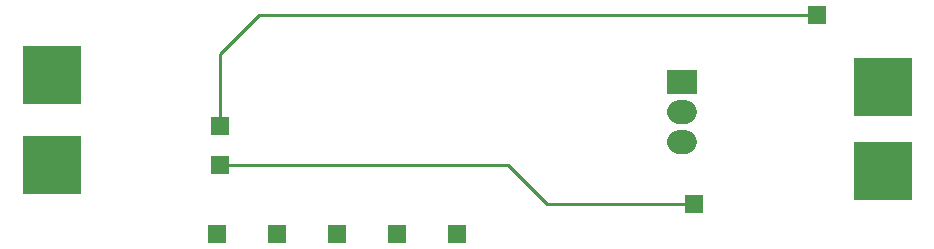
<source format=gbl>
G04 ---------------------------- Layer name :BOTTOM LAYER*
G04 EasyEDA v5.4.12, Mon, 21 May 2018 10:25:39 GMT*
G04 d0ac2e000ddc4f35a868ce4d586767d9*
G04 Gerber Generator version 0.2*
G04 Scale: 100 percent, Rotated: No, Reflected: No *
G04 Dimensions in millimeters *
G04 leading zeros omitted , absolute positions ,3 integer and 3 decimal *
%FSLAX33Y33*%
%MOMM*%
G90*
G71D02*

%ADD10C,0.254000*%
%ADD22R,2.500000X2.000001*%
%ADD23R,1.574800X1.574800*%
%ADD24R,1.574800X1.575054*%
%ADD25R,4.999990X4.999990*%
%ADD26R,1.575054X1.575054*%
%ADD27C,2.000001*%

%LPD*%
G54D10*
G01X17780Y17272D02*
G01X17780Y23368D01*
G01X21082Y26670D01*
G01X68326Y26670D01*
G01X17780Y13970D02*
G01X42164Y13970D01*
G01X45466Y10668D01*
G01X57912Y10668D01*
G54D22*
G01X56896Y20955D03*
G54D23*
G01X27686Y8128D03*
G01X32766Y8128D03*
G01X22606Y8128D03*
G54D24*
G01X37846Y8128D03*
G54D23*
G01X17526Y8128D03*
G54D25*
G01X3556Y13970D03*
G01X3556Y21590D03*
G01X73914Y20574D03*
G01X73914Y13462D03*
G54D26*
G01X68326Y26670D03*
G01X17780Y17272D03*
G01X17780Y13970D03*
G01X57912Y10668D03*
G54D27*
G01X57145Y15875D02*
G01X56646Y15875D01*
G01X57145Y18415D02*
G01X56646Y18415D01*
M00*
M02*

</source>
